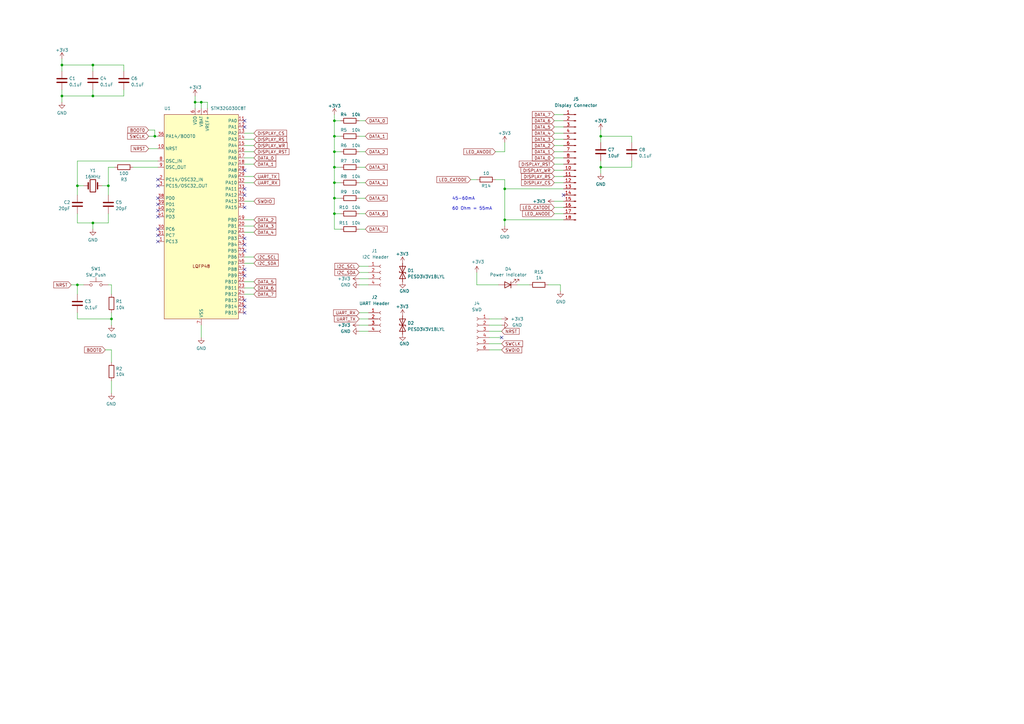
<source format=kicad_sch>
(kicad_sch (version 20211123) (generator eeschema)
  (paper "A3")
  (lib_symbols
    (symbol "Connector:Conn_01x04_Female" (pin_names (offset 1.016) hide)
      (property "Reference" "J" (at 0 5.08 0))
      (property "Value" "Conn_01x04_Female" (at 0 -7.62 0))
      (symbol "Conn_01x04_Female_1_1"
        (arc (start 0 -4.572) (mid -0.508 -5.08) (end 0 -5.588) (stroke (width 0.1524)))
        (arc (start 0 -2.032) (mid -0.508 -2.54) (end 0 -3.048) (stroke (width 0.1524)))
        (polyline (pts (xy -1.27 -5.08) (xy -0.508 -5.08)) (stroke (width 0.1524)))
        (polyline (pts (xy -1.27 -2.54) (xy -0.508 -2.54)) (stroke (width 0.1524)))
        (polyline (pts (xy -1.27 0) (xy -0.508 0)) (stroke (width 0.1524)))
        (polyline (pts (xy -1.27 2.54) (xy -0.508 2.54)) (stroke (width 0.1524)))
        (arc (start 0 0.508) (mid -0.508 0) (end 0 -0.508) (stroke (width 0.1524)))
        (arc (start 0 3.048) (mid -0.508 2.54) (end 0 2.032) (stroke (width 0.1524)))
        (pin passive line (at -5.08 2.54 0) (length 3.81) (name "Pin_1") (number "1"))
        (pin passive line (at -5.08 0 0) (length 3.81) (name "Pin_2") (number "2"))
        (pin passive line (at -5.08 -2.54 0) (length 3.81) (name "Pin_3") (number "3"))
        (pin passive line (at -5.08 -5.08 0) (length 3.81) (name "Pin_4") (number "4"))
      )
    )
    (symbol "Connector:Conn_01x06_Female" (pin_names (offset 1.016) hide)
      (property "Reference" "J" (at 0 7.62 0))
      (property "Value" "Conn_01x06_Female" (at 0 -10.16 0))
      (symbol "Conn_01x06_Female_1_1"
        (arc (start 0 -7.112) (mid -0.508 -7.62) (end 0 -8.128) (stroke (width 0.1524)))
        (arc (start 0 -4.572) (mid -0.508 -5.08) (end 0 -5.588) (stroke (width 0.1524)))
        (arc (start 0 -2.032) (mid -0.508 -2.54) (end 0 -3.048) (stroke (width 0.1524)))
        (polyline (pts (xy -1.27 -7.62) (xy -0.508 -7.62)) (stroke (width 0.1524)))
        (polyline (pts (xy -1.27 -5.08) (xy -0.508 -5.08)) (stroke (width 0.1524)))
        (polyline (pts (xy -1.27 -2.54) (xy -0.508 -2.54)) (stroke (width 0.1524)))
        (polyline (pts (xy -1.27 0) (xy -0.508 0)) (stroke (width 0.1524)))
        (polyline (pts (xy -1.27 2.54) (xy -0.508 2.54)) (stroke (width 0.1524)))
        (polyline (pts (xy -1.27 5.08) (xy -0.508 5.08)) (stroke (width 0.1524)))
        (arc (start 0 0.508) (mid -0.508 0) (end 0 -0.508) (stroke (width 0.1524)))
        (arc (start 0 3.048) (mid -0.508 2.54) (end 0 2.032) (stroke (width 0.1524)))
        (arc (start 0 5.588) (mid -0.508 5.08) (end 0 4.572) (stroke (width 0.1524)))
        (pin passive line (at -5.08 5.08 0) (length 3.81) (name "Pin_1") (number "1"))
        (pin passive line (at -5.08 2.54 0) (length 3.81) (name "Pin_2") (number "2"))
        (pin passive line (at -5.08 0 0) (length 3.81) (name "Pin_3") (number "3"))
        (pin passive line (at -5.08 -2.54 0) (length 3.81) (name "Pin_4") (number "4"))
        (pin passive line (at -5.08 -5.08 0) (length 3.81) (name "Pin_5") (number "5"))
        (pin passive line (at -5.08 -7.62 0) (length 3.81) (name "Pin_6") (number "6"))
      )
    )
    (symbol "Connector:Conn_01x18_Male" (pin_names (offset 1.016) hide)
      (property "Reference" "J" (at 0 22.86 0))
      (property "Value" "Conn_01x18_Male" (at 0 -25.4 0))
      (symbol "Conn_01x18_Male_1_1"
        (polyline (pts (xy 1.27 -22.86) (xy 0.8636 -22.86)) (stroke (width 0.1524)))
        (polyline (pts (xy 1.27 -20.32) (xy 0.8636 -20.32)) (stroke (width 0.1524)))
        (polyline (pts (xy 1.27 -17.78) (xy 0.8636 -17.78)) (stroke (width 0.1524)))
        (polyline (pts (xy 1.27 -15.24) (xy 0.8636 -15.24)) (stroke (width 0.1524)))
        (polyline (pts (xy 1.27 -12.7) (xy 0.8636 -12.7)) (stroke (width 0.1524)))
        (polyline (pts (xy 1.27 -10.16) (xy 0.8636 -10.16)) (stroke (width 0.1524)))
        (polyline (pts (xy 1.27 -7.62) (xy 0.8636 -7.62)) (stroke (width 0.1524)))
        (polyline (pts (xy 1.27 -5.08) (xy 0.8636 -5.08)) (stroke (width 0.1524)))
        (polyline (pts (xy 1.27 -2.54) (xy 0.8636 -2.54)) (stroke (width 0.1524)))
        (polyline (pts (xy 1.27 0) (xy 0.8636 0)) (stroke (width 0.1524)))
        (polyline (pts (xy 1.27 2.54) (xy 0.8636 2.54)) (stroke (width 0.1524)))
        (polyline (pts (xy 1.27 5.08) (xy 0.8636 5.08)) (stroke (width 0.1524)))
        (polyline (pts (xy 1.27 7.62) (xy 0.8636 7.62)) (stroke (width 0.1524)))
        (polyline (pts (xy 1.27 10.16) (xy 0.8636 10.16)) (stroke (width 0.1524)))
        (polyline (pts (xy 1.27 12.7) (xy 0.8636 12.7)) (stroke (width 0.1524)))
        (polyline (pts (xy 1.27 15.24) (xy 0.8636 15.24)) (stroke (width 0.1524)))
        (polyline (pts (xy 1.27 17.78) (xy 0.8636 17.78)) (stroke (width 0.1524)))
        (polyline (pts (xy 1.27 20.32) (xy 0.8636 20.32)) (stroke (width 0.1524)))
        (rectangle (start 0.8636 -22.733) (end 0 -22.987) (stroke (width 0.1524)) (fill (type outline)))
        (rectangle (start 0.8636 -20.193) (end 0 -20.447) (stroke (width 0.1524)) (fill (type outline)))
        (rectangle (start 0.8636 -17.653) (end 0 -17.907) (stroke (width 0.1524)) (fill (type outline)))
        (rectangle (start 0.8636 -15.113) (end 0 -15.367) (stroke (width 0.1524)) (fill (type outline)))
        (rectangle (start 0.8636 -12.573) (end 0 -12.827) (stroke (width 0.1524)) (fill (type outline)))
        (rectangle (start 0.8636 -10.033) (end 0 -10.287) (stroke (width 0.1524)) (fill (type outline)))
        (rectangle (start 0.8636 -7.493) (end 0 -7.747) (stroke (width 0.1524)) (fill (type outline)))
        (rectangle (start 0.8636 -4.953) (end 0 -5.207) (stroke (width 0.1524)) (fill (type outline)))
        (rectangle (start 0.8636 -2.413) (end 0 -2.667) (stroke (width 0.1524)) (fill (type outline)))
        (rectangle (start 0.8636 0.127) (end 0 -0.127) (stroke (width 0.1524)) (fill (type outline)))
        (rectangle (start 0.8636 2.667) (end 0 2.413) (stroke (width 0.1524)) (fill (type outline)))
        (rectangle (start 0.8636 5.207) (end 0 4.953) (stroke (width 0.1524)) (fill (type outline)))
        (rectangle (start 0.8636 7.747) (end 0 7.493) (stroke (width 0.1524)) (fill (type outline)))
        (rectangle (start 0.8636 10.287) (end 0 10.033) (stroke (width 0.1524)) (fill (type outline)))
        (rectangle (start 0.8636 12.827) (end 0 12.573) (stroke (width 0.1524)) (fill (type outline)))
        (rectangle (start 0.8636 15.367) (end 0 15.113) (stroke (width 0.1524)) (fill (type outline)))
        (rectangle (start 0.8636 17.907) (end 0 17.653) (stroke (width 0.1524)) (fill (type outline)))
        (rectangle (start 0.8636 20.447) (end 0 20.193) (stroke (width 0.1524)) (fill (type outline)))
        (pin passive line (at 5.08 20.32 180) (length 3.81) (name "Pin_1") (number "1"))
        (pin passive line (at 5.08 -2.54 180) (length 3.81) (name "Pin_10") (number "10"))
        (pin passive line (at 5.08 -5.08 180) (length 3.81) (name "Pin_11") (number "11"))
        (pin passive line (at 5.08 -7.62 180) (length 3.81) (name "Pin_12") (number "12"))
        (pin passive line (at 5.08 -10.16 180) (length 3.81) (name "Pin_13") (number "13"))
        (pin passive line (at 5.08 -12.7 180) (length 3.81) (name "Pin_14") (number "14"))
        (pin passive line (at 5.08 -15.24 180) (length 3.81) (name "Pin_15") (number "15"))
        (pin passive line (at 5.08 -17.78 180) (length 3.81) (name "Pin_16") (number "16"))
        (pin passive line (at 5.08 -20.32 180) (length 3.81) (name "Pin_17") (number "17"))
        (pin passive line (at 5.08 -22.86 180) (length 3.81) (name "Pin_18") (number "18"))
        (pin passive line (at 5.08 17.78 180) (length 3.81) (name "Pin_2") (number "2"))
        (pin passive line (at 5.08 15.24 180) (length 3.81) (name "Pin_3") (number "3"))
        (pin passive line (at 5.08 12.7 180) (length 3.81) (name "Pin_4") (number "4"))
        (pin passive line (at 5.08 10.16 180) (length 3.81) (name "Pin_5") (number "5"))
        (pin passive line (at 5.08 7.62 180) (length 3.81) (name "Pin_6") (number "6"))
        (pin passive line (at 5.08 5.08 180) (length 3.81) (name "Pin_7") (number "7"))
        (pin passive line (at 5.08 2.54 180) (length 3.81) (name "Pin_8") (number "8"))
        (pin passive line (at 5.08 0 180) (length 3.81) (name "Pin_9") (number "9"))
      )
    )
    (symbol "Custom:STM32G030C8T"
      (property "Reference" "U?" (at -15.24 43.18 0))
      (property "Value" "STM32G030C8T" (at 3.81 43.18 0))
      (symbol "STM32G030C8T_0_0"
        (text "LQFP48" (at 0 -21.59 0) (effects (font (size 1.27 1.27))))
        (pin bidirectional line (at -17.78 -11.43 0) (length 2.54) (name "PC13") (number "1"))
        (pin input line (at -17.78 26.67 0) (length 2.54) (name "NRST") (number "10"))
        (pin bidirectional line (at 17.78 38.1 180) (length 2.54) (name "PA0") (number "11"))
        (pin bidirectional line (at 17.78 35.56 180) (length 2.54) (name "PA1") (number "12"))
        (pin bidirectional line (at 17.78 33.02 180) (length 2.54) (name "PA2") (number "13"))
        (pin bidirectional line (at 17.78 30.48 180) (length 2.54) (name "PA3") (number "14"))
        (pin bidirectional line (at 17.78 27.94 180) (length 2.54) (name "PA4") (number "15"))
        (pin bidirectional line (at 17.78 25.4 180) (length 2.54) (name "PA5") (number "16"))
        (pin bidirectional line (at 17.78 22.86 180) (length 2.54) (name "PA6") (number "17"))
        (pin bidirectional line (at 17.78 20.32 180) (length 2.54) (name "PA7") (number "18"))
        (pin bidirectional line (at 17.78 -2.54 180) (length 2.54) (name "PB0") (number "19"))
        (pin bidirectional line (at -17.78 13.97 0) (length 2.54) (name "PC14/OSC32_IN") (number "2"))
        (pin bidirectional line (at 17.78 -5.08 180) (length 2.54) (name "PB1") (number "20"))
        (pin bidirectional line (at 17.78 -7.62 180) (length 2.54) (name "PB2") (number "21"))
        (pin bidirectional line (at 17.78 -27.94 180) (length 2.54) (name "PB10") (number "22"))
        (pin bidirectional line (at 17.78 -30.48 180) (length 2.54) (name "PB11") (number "23"))
        (pin bidirectional line (at 17.78 -33.02 180) (length 2.54) (name "PB12") (number "24"))
        (pin bidirectional line (at 17.78 -35.56 180) (length 2.54) (name "PB13") (number "25"))
        (pin bidirectional line (at 17.78 -38.1 180) (length 2.54) (name "PB14") (number "26"))
        (pin bidirectional line (at 17.78 -40.64 180) (length 2.54) (name "PB15") (number "27"))
        (pin bidirectional line (at 17.78 17.78 180) (length 2.54) (name "PA8") (number "28"))
        (pin bidirectional line (at 17.78 15.24 180) (length 2.54) (name "PA9") (number "29"))
        (pin bidirectional line (at -17.78 11.43 0) (length 2.54) (name "PC15/OSC32_OUT") (number "3"))
        (pin bidirectional line (at -17.78 -6.35 0) (length 2.54) (name "PC6") (number "30"))
        (pin bidirectional line (at -17.78 -8.89 0) (length 2.54) (name "PC7") (number "31"))
        (pin bidirectional line (at 17.78 12.7 180) (length 2.54) (name "PA10") (number "32"))
        (pin bidirectional line (at 17.78 10.16 180) (length 2.54) (name "PA11") (number "33"))
        (pin bidirectional line (at 17.78 7.62 180) (length 2.54) (name "PA12") (number "34"))
        (pin bidirectional line (at 17.78 5.08 180) (length 2.54) (name "PA13") (number "35"))
        (pin bidirectional line (at -17.78 31.75 0) (length 2.54) (name "PA14/BOOT0") (number "36"))
        (pin bidirectional line (at 17.78 2.54 180) (length 2.54) (name "PA15") (number "37"))
        (pin bidirectional line (at -17.78 6.35 0) (length 2.54) (name "PD0") (number "38"))
        (pin bidirectional line (at -17.78 3.81 0) (length 2.54) (name "PD1") (number "39"))
        (pin power_in line (at 0 43.18 270) (length 2.54) (name "VBAT") (number "4"))
        (pin bidirectional line (at -17.78 1.27 0) (length 2.54) (name "PD2") (number "40"))
        (pin bidirectional line (at -17.78 -1.27 0) (length 2.54) (name "PD3") (number "41"))
        (pin bidirectional line (at 17.78 -10.16 180) (length 2.54) (name "PB3") (number "42"))
        (pin bidirectional line (at 17.78 -12.7 180) (length 2.54) (name "PB4") (number "43"))
        (pin bidirectional line (at 17.78 -15.24 180) (length 2.54) (name "PB5") (number "44"))
        (pin bidirectional line (at 17.78 -17.78 180) (length 2.54) (name "PB6") (number "45"))
        (pin bidirectional line (at 17.78 -20.32 180) (length 2.54) (name "PB7") (number "46"))
        (pin bidirectional line (at 17.78 -22.86 180) (length 2.54) (name "PB8") (number "47"))
        (pin bidirectional line (at 17.78 -25.4 180) (length 2.54) (name "PB9") (number "48"))
        (pin input line (at 2.54 43.18 270) (length 2.54) (name "VREF+") (number "5"))
        (pin power_in line (at -2.54 43.18 270) (length 2.54) (name "VDD") (number "6"))
        (pin power_in line (at 0 -45.72 90) (length 2.54) (name "VSS") (number "7"))
        (pin input line (at -17.78 21.59 0) (length 2.54) (name "OSC_IN") (number "8"))
        (pin output line (at -17.78 19.05 0) (length 2.54) (name "OSC_OUT") (number "9"))
      )
      (symbol "STM32G030C8T_0_1"
        (rectangle (start -15.24 40.64) (end 15.24 -43.18) (fill (type background)))
      )
    )
    (symbol "Device:C" (pin_numbers hide) (pin_names (offset 0.254))
      (property "Reference" "C" (at 0.635 2.54 0))
      (property "Value" "C" (at 0.635 -2.54 0))
      (symbol "C_0_1"
        (polyline (pts (xy -2.032 -0.762) (xy 2.032 -0.762)) (stroke (width 0.508)))
        (polyline (pts (xy -2.032 0.762) (xy 2.032 0.762)) (stroke (width 0.508)))
      )
      (symbol "C_1_1"
        (pin passive line (at 0 3.81 270) (length 2.794) (name "~") (number "1"))
        (pin passive line (at 0 -3.81 90) (length 2.794) (name "~") (number "2"))
      )
    )
    (symbol "Device:Crystal" (pin_numbers hide) (pin_names (offset 1.016) hide)
      (property "Reference" "Y" (at 0 3.81 0))
      (property "Value" "Crystal" (at 0 -3.81 0))
      (symbol "Crystal_0_1"
        (rectangle (start -1.143 2.54) (end 1.143 -2.54) (stroke (width 0.3048)))
        (polyline (pts (xy -2.54 0) (xy -1.905 0)))
        (polyline (pts (xy -1.905 -1.27) (xy -1.905 1.27)) (stroke (width 0.508)))
        (polyline (pts (xy 1.905 -1.27) (xy 1.905 1.27)) (stroke (width 0.508)))
        (polyline (pts (xy 2.54 0) (xy 1.905 0)))
      )
      (symbol "Crystal_1_1"
        (pin passive line (at -3.81 0 0) (length 1.27) (name "1") (number "1"))
        (pin passive line (at 3.81 0 180) (length 1.27) (name "2") (number "2"))
      )
    )
    (symbol "Device:D_TVS" (pin_numbers hide) (pin_names (offset 1.016) hide)
      (property "Reference" "D" (at 0 2.54 0))
      (property "Value" "D_TVS" (at 0 -2.54 0))
      (symbol "D_TVS_0_1"
        (polyline (pts (xy 1.27 0) (xy -1.27 0)))
        (polyline (pts (xy 0.508 1.27) (xy 0 1.27) (xy 0 -1.27) (xy -0.508 -1.27)) (stroke (width 0.254)))
        (polyline (pts (xy -2.54 1.27) (xy -2.54 -1.27) (xy 2.54 1.27) (xy 2.54 -1.27) (xy -2.54 1.27)) (stroke (width 0.254)))
      )
      (symbol "D_TVS_1_1"
        (pin passive line (at -3.81 0 0) (length 2.54) (name "A1") (number "1"))
        (pin passive line (at 3.81 0 180) (length 2.54) (name "A2") (number "2"))
      )
    )
    (symbol "Device:LED" (pin_numbers hide) (pin_names (offset 1.016) hide)
      (property "Reference" "D" (at 0 2.54 0))
      (property "Value" "LED" (at 0 -2.54 0))
      (symbol "LED_0_1"
        (polyline (pts (xy -1.27 -1.27) (xy -1.27 1.27)) (stroke (width 0.254)))
        (polyline (pts (xy -1.27 0) (xy 1.27 0)))
        (polyline (pts (xy 1.27 -1.27) (xy 1.27 1.27) (xy -1.27 0) (xy 1.27 -1.27)) (stroke (width 0.254)))
        (polyline (pts (xy -3.048 -0.762) (xy -4.572 -2.286) (xy -3.81 -2.286) (xy -4.572 -2.286) (xy -4.572 -1.524)))
        (polyline (pts (xy -1.778 -0.762) (xy -3.302 -2.286) (xy -2.54 -2.286) (xy -3.302 -2.286) (xy -3.302 -1.524)))
      )
      (symbol "LED_1_1"
        (pin passive line (at -3.81 0 0) (length 2.54) (name "K") (number "1"))
        (pin passive line (at 3.81 0 180) (length 2.54) (name "A") (number "2"))
      )
    )
    (symbol "Device:R" (pin_numbers hide) (pin_names (offset 0))
      (property "Reference" "R" (at 2.032 0 90))
      (property "Value" "R" (at 0 0 90))
      (symbol "R_0_1"
        (rectangle (start -1.016 -2.54) (end 1.016 2.54) (stroke (width 0.254)))
      )
      (symbol "R_1_1"
        (pin passive line (at 0 3.81 270) (length 1.27) (name "~") (number "1"))
        (pin passive line (at 0 -3.81 90) (length 1.27) (name "~") (number "2"))
      )
    )
    (symbol "Switch:SW_Push" (pin_numbers hide) (pin_names (offset 1.016) hide)
      (property "Reference" "SW" (at 1.27 2.54 0))
      (property "Value" "SW_Push" (at 0 -1.524 0))
      (symbol "SW_Push_0_1"
        (circle (center -2.032 0) (radius 0.508))
        (polyline (pts (xy 0 1.27) (xy 0 3.048)))
        (polyline (pts (xy 2.54 1.27) (xy -2.54 1.27)))
        (circle (center 2.032 0) (radius 0.508))
        (pin passive line (at -5.08 0 0) (length 2.54) (name "1") (number "1"))
        (pin passive line (at 5.08 0 180) (length 2.54) (name "2") (number "2"))
      )
    )
    (symbol "power:+3.3V" (power) (pin_names (offset 0))
      (property "Value" "+3.3V" (at 0 3.556 0))
      (symbol "+3.3V_0_1"
        (polyline (pts (xy -0.762 1.27) (xy 0 2.54)))
        (polyline (pts (xy 0 0) (xy 0 2.54)))
        (polyline (pts (xy 0 2.54) (xy 0.762 1.27)))
      )
      (symbol "+3.3V_1_1"
        (pin power_in line (at 0 0 90) (length 0) hide (name "+3V3") (number "1"))
      )
    )
    (symbol "power:+3V3" (power) (pin_names (offset 0))
      (property "Value" "+3V3" (at 0 3.556 0))
      (symbol "+3V3_0_1"
        (polyline (pts (xy -0.762 1.27) (xy 0 2.54)))
        (polyline (pts (xy 0 0) (xy 0 2.54)))
        (polyline (pts (xy 0 2.54) (xy 0.762 1.27)))
      )
      (symbol "+3V3_1_1"
        (pin power_in line (at 0 0 90) (length 0) hide (name "+3V3") (number "1"))
      )
    )
    (symbol "power:GND" (power) (pin_names (offset 0))
      (property "Value" "GND" (at 0 -3.81 0))
      (symbol "GND_0_1"
        (polyline (pts (xy 0 0) (xy 0 -1.27) (xy 1.27 -1.27) (xy 0 -2.54) (xy -1.27 -1.27) (xy 0 -1.27)))
      )
      (symbol "GND_1_1"
        (pin power_in line (at 0 0 270) (length 0) hide (name "GND") (number "1"))
      )
    )
  )
  (junction (at 137.16 74.93))
  (junction (at 38.1 91.44))
  (junction (at 38.1 26.67))
  (junction (at 31.75 116.84))
  (junction (at 44.45 76.2))
  (junction (at 31.75 76.2))
  (junction (at 246.38 55.88))
  (junction (at 207.01 90.17))
  (junction (at 25.4 26.67))
  (junction (at 80.01 41.91))
  (junction (at 38.1 39.37))
  (junction (at 246.38 68.58))
  (junction (at 137.16 87.63))
  (junction (at 137.16 62.23))
  (junction (at 207.01 77.47))
  (junction (at 137.16 49.53))
  (junction (at 82.55 41.91))
  (junction (at 137.16 81.28))
  (junction (at 137.16 55.88))
  (junction (at 63.5 55.88))
  (junction (at 25.4 39.37))
  (junction (at 45.72 130.81))
  (junction (at 137.16 68.58))
  (no_connect (at 231.14 80.01))
  (no_connect (at 100.33 52.07))
  (no_connect (at 100.33 80.01))
  (no_connect (at 100.33 77.47))
  (no_connect (at 205.74 138.43))
  (no_connect (at 64.77 73.66))
  (no_connect (at 64.77 76.2))
  (no_connect (at 64.77 81.28))
  (no_connect (at 64.77 83.82))
  (no_connect (at 64.77 86.36))
  (no_connect (at 64.77 88.9))
  (no_connect (at 64.77 93.98))
  (no_connect (at 64.77 96.52))
  (no_connect (at 64.77 99.06))
  (no_connect (at 100.33 110.49))
  (no_connect (at 100.33 102.87))
  (no_connect (at 100.33 100.33))
  (no_connect (at 100.33 97.79))
  (no_connect (at 100.33 128.27))
  (no_connect (at 100.33 125.73))
  (no_connect (at 100.33 123.19))
  (no_connect (at 100.33 113.03))
  (no_connect (at 100.33 85.09))
  (no_connect (at 100.33 69.85))
  (no_connect (at 100.33 49.53))
  (wire (pts (xy 100.33 120.65) (xy 104.14 120.65)))
  (wire (pts (xy 227.33 74.93) (xy 231.14 74.93)))
  (wire (pts (xy 205.74 140.97) (xy 200.66 140.97)))
  (wire (pts (xy 44.45 76.2) (xy 44.45 68.58)))
  (wire (pts (xy 200.66 133.35) (xy 205.74 133.35)))
  (wire (pts (xy 227.33 82.55) (xy 231.14 82.55)))
  (wire (pts (xy 147.32 49.53) (xy 149.86 49.53)))
  (wire (pts (xy 100.33 105.41) (xy 104.14 105.41)))
  (wire (pts (xy 64.77 66.04) (xy 31.75 66.04)))
  (wire (pts (xy 100.33 95.25) (xy 104.14 95.25)))
  (wire (pts (xy 31.75 87.63) (xy 31.75 91.44)))
  (wire (pts (xy 43.18 143.51) (xy 45.72 143.51)))
  (wire (pts (xy 100.33 64.77) (xy 104.14 64.77)))
  (wire (pts (xy 246.38 53.34) (xy 246.38 55.88)))
  (wire (pts (xy 100.33 74.93) (xy 104.14 74.93)))
  (wire (pts (xy 231.14 77.47) (xy 207.01 77.47)))
  (wire (pts (xy 147.32 62.23) (xy 149.86 62.23)))
  (wire (pts (xy 38.1 91.44) (xy 44.45 91.44)))
  (wire (pts (xy 147.32 135.89) (xy 151.13 135.89)))
  (wire (pts (xy 44.45 91.44) (xy 44.45 87.63)))
  (wire (pts (xy 31.75 76.2) (xy 31.75 80.01)))
  (wire (pts (xy 25.4 39.37) (xy 38.1 39.37)))
  (wire (pts (xy 25.4 26.67) (xy 38.1 26.67)))
  (wire (pts (xy 100.33 72.39) (xy 104.14 72.39)))
  (wire (pts (xy 200.66 130.81) (xy 205.74 130.81)))
  (wire (pts (xy 25.4 39.37) (xy 25.4 41.91)))
  (wire (pts (xy 38.1 39.37) (xy 50.8 39.37)))
  (wire (pts (xy 80.01 41.91) (xy 80.01 44.45)))
  (wire (pts (xy 147.32 109.22) (xy 151.13 109.22)))
  (wire (pts (xy 31.75 128.27) (xy 31.75 130.81)))
  (wire (pts (xy 137.16 81.28) (xy 137.16 87.63)))
  (wire (pts (xy 147.32 74.93) (xy 149.86 74.93)))
  (wire (pts (xy 80.01 39.37) (xy 80.01 41.91)))
  (wire (pts (xy 147.32 133.35) (xy 151.13 133.35)))
  (wire (pts (xy 246.38 55.88) (xy 246.38 58.42)))
  (wire (pts (xy 137.16 81.28) (xy 139.7 81.28)))
  (wire (pts (xy 207.01 73.66) (xy 207.01 77.47)))
  (wire (pts (xy 82.55 41.91) (xy 85.09 41.91)))
  (wire (pts (xy 31.75 76.2) (xy 34.29 76.2)))
  (wire (pts (xy 38.1 26.67) (xy 50.8 26.67)))
  (wire (pts (xy 137.16 49.53) (xy 137.16 55.88)))
  (wire (pts (xy 100.33 57.15) (xy 104.14 57.15)))
  (wire (pts (xy 147.32 55.88) (xy 149.86 55.88)))
  (wire (pts (xy 227.33 64.77) (xy 231.14 64.77)))
  (wire (pts (xy 147.32 111.76) (xy 151.13 111.76)))
  (wire (pts (xy 246.38 55.88) (xy 259.08 55.88)))
  (wire (pts (xy 137.16 55.88) (xy 137.16 62.23)))
  (wire (pts (xy 200.66 135.89) (xy 205.74 135.89)))
  (wire (pts (xy 31.75 130.81) (xy 45.72 130.81)))
  (wire (pts (xy 229.87 116.84) (xy 229.87 119.38)))
  (wire (pts (xy 203.2 62.23) (xy 207.01 62.23)))
  (wire (pts (xy 60.96 55.88) (xy 63.5 55.88)))
  (wire (pts (xy 82.55 133.35) (xy 82.55 138.43)))
  (wire (pts (xy 100.33 90.17) (xy 104.14 90.17)))
  (wire (pts (xy 137.16 46.99) (xy 137.16 49.53)))
  (wire (pts (xy 44.45 116.84) (xy 45.72 116.84)))
  (wire (pts (xy 137.16 74.93) (xy 139.7 74.93)))
  (wire (pts (xy 44.45 76.2) (xy 44.45 80.01)))
  (wire (pts (xy 147.32 68.58) (xy 149.86 68.58)))
  (wire (pts (xy 246.38 68.58) (xy 259.08 68.58)))
  (wire (pts (xy 227.33 59.69) (xy 231.14 59.69)))
  (wire (pts (xy 45.72 148.59) (xy 45.72 143.51)))
  (wire (pts (xy 85.09 41.91) (xy 85.09 44.45)))
  (wire (pts (xy 100.33 92.71) (xy 104.14 92.71)))
  (wire (pts (xy 100.33 67.31) (xy 104.14 67.31)))
  (wire (pts (xy 100.33 54.61) (xy 104.14 54.61)))
  (wire (pts (xy 259.08 55.88) (xy 259.08 58.42)))
  (wire (pts (xy 203.2 73.66) (xy 207.01 73.66)))
  (wire (pts (xy 137.16 87.63) (xy 137.16 93.98)))
  (wire (pts (xy 25.4 36.83) (xy 25.4 39.37)))
  (wire (pts (xy 100.33 115.57) (xy 104.14 115.57)))
  (wire (pts (xy 227.33 49.53) (xy 231.14 49.53)))
  (wire (pts (xy 207.01 58.42) (xy 207.01 62.23)))
  (wire (pts (xy 50.8 26.67) (xy 50.8 29.21)))
  (wire (pts (xy 41.91 76.2) (xy 44.45 76.2)))
  (wire (pts (xy 45.72 116.84) (xy 45.72 120.65)))
  (wire (pts (xy 25.4 24.13) (xy 25.4 26.67)))
  (wire (pts (xy 38.1 36.83) (xy 38.1 39.37)))
  (wire (pts (xy 227.33 72.39) (xy 231.14 72.39)))
  (wire (pts (xy 227.33 54.61) (xy 231.14 54.61)))
  (wire (pts (xy 200.66 143.51) (xy 205.74 143.51)))
  (wire (pts (xy 204.47 116.84) (xy 195.58 116.84)))
  (wire (pts (xy 80.01 41.91) (xy 82.55 41.91)))
  (wire (pts (xy 227.33 69.85) (xy 231.14 69.85)))
  (wire (pts (xy 227.33 87.63) (xy 231.14 87.63)))
  (wire (pts (xy 207.01 77.47) (xy 207.01 90.17)))
  (wire (pts (xy 227.33 85.09) (xy 231.14 85.09)))
  (wire (pts (xy 259.08 68.58) (xy 259.08 66.04)))
  (wire (pts (xy 224.79 116.84) (xy 229.87 116.84)))
  (wire (pts (xy 54.61 68.58) (xy 64.77 68.58)))
  (wire (pts (xy 137.16 87.63) (xy 139.7 87.63)))
  (wire (pts (xy 246.38 68.58) (xy 246.38 71.12)))
  (wire (pts (xy 227.33 62.23) (xy 231.14 62.23)))
  (wire (pts (xy 38.1 91.44) (xy 38.1 93.98)))
  (wire (pts (xy 227.33 57.15) (xy 231.14 57.15)))
  (wire (pts (xy 100.33 118.11) (xy 104.14 118.11)))
  (wire (pts (xy 44.45 68.58) (xy 46.99 68.58)))
  (wire (pts (xy 147.32 130.81) (xy 151.13 130.81)))
  (wire (pts (xy 137.16 74.93) (xy 137.16 81.28)))
  (wire (pts (xy 45.72 128.27) (xy 45.72 130.81)))
  (wire (pts (xy 31.75 116.84) (xy 31.75 120.65)))
  (wire (pts (xy 137.16 62.23) (xy 137.16 68.58)))
  (wire (pts (xy 246.38 66.04) (xy 246.38 68.58)))
  (wire (pts (xy 193.04 73.66) (xy 195.58 73.66)))
  (wire (pts (xy 147.32 93.98) (xy 149.86 93.98)))
  (wire (pts (xy 137.16 55.88) (xy 139.7 55.88)))
  (wire (pts (xy 207.01 90.17) (xy 231.14 90.17)))
  (wire (pts (xy 38.1 26.67) (xy 38.1 29.21)))
  (wire (pts (xy 137.16 49.53) (xy 139.7 49.53)))
  (wire (pts (xy 82.55 41.91) (xy 82.55 44.45)))
  (wire (pts (xy 60.96 60.96) (xy 64.77 60.96)))
  (wire (pts (xy 147.32 116.84) (xy 151.13 116.84)))
  (wire (pts (xy 100.33 107.95) (xy 104.14 107.95)))
  (wire (pts (xy 50.8 39.37) (xy 50.8 36.83)))
  (wire (pts (xy 25.4 26.67) (xy 25.4 29.21)))
  (wire (pts (xy 100.33 82.55) (xy 104.14 82.55)))
  (wire (pts (xy 60.96 53.34) (xy 63.5 53.34)))
  (wire (pts (xy 100.33 62.23) (xy 104.14 62.23)))
  (wire (pts (xy 212.09 116.84) (xy 217.17 116.84)))
  (wire (pts (xy 29.21 116.84) (xy 31.75 116.84)))
  (wire (pts (xy 31.75 91.44) (xy 38.1 91.44)))
  (wire (pts (xy 200.66 138.43) (xy 205.74 138.43)))
  (wire (pts (xy 34.29 116.84) (xy 31.75 116.84)))
  (wire (pts (xy 137.16 93.98) (xy 139.7 93.98)))
  (wire (pts (xy 195.58 116.84) (xy 195.58 111.76)))
  (wire (pts (xy 63.5 55.88) (xy 64.77 55.88)))
  (wire (pts (xy 63.5 53.34) (xy 63.5 55.88)))
  (wire (pts (xy 45.72 161.29) (xy 45.72 156.21)))
  (wire (pts (xy 227.33 52.07) (xy 231.14 52.07)))
  (wire (pts (xy 227.33 67.31) (xy 231.14 67.31)))
  (wire (pts (xy 137.16 62.23) (xy 139.7 62.23)))
  (wire (pts (xy 207.01 90.17) (xy 207.01 92.71)))
  (wire (pts (xy 31.75 66.04) (xy 31.75 76.2)))
  (wire (pts (xy 147.32 128.27) (xy 151.13 128.27)))
  (wire (pts (xy 147.32 87.63) (xy 149.86 87.63)))
  (wire (pts (xy 147.32 81.28) (xy 149.86 81.28)))
  (wire (pts (xy 137.16 68.58) (xy 137.16 74.93)))
  (wire (pts (xy 147.32 114.3) (xy 151.13 114.3)))
  (wire (pts (xy 100.33 59.69) (xy 104.14 59.69)))
  (wire (pts (xy 45.72 130.81) (xy 45.72 133.35)))
  (wire (pts (xy 137.16 68.58) (xy 139.7 68.58)))
  (wire (pts (xy 227.33 46.99) (xy 231.14 46.99)))
  (text "45-60mA\n\n60 Ohm = 55mA" (at 185.42 86.36 0) (effects (font (size 1.27 1.27)) (justify left bottom)))
  (global_label "NRST" (shape input) (at 205.74 135.89 0) (property "Intersheet References" "${INTERSHEET_REFS}" (effects hide)))
  (global_label "LED_CATODE" (shape input) (at 193.04 73.66 180) (property "Intersheet References" "${INTERSHEET_REFS}" (effects hide)))
  (global_label "DATA_5" (shape input) (at 227.33 52.07 180) (property "Intersheet References" "${INTERSHEET_REFS}" (effects hide)))
  (global_label "DATA_7" (shape input) (at 227.33 46.99 180) (property "Intersheet References" "${INTERSHEET_REFS}" (effects hide)))
  (global_label "DISPLAY_RS" (shape input) (at 227.33 72.39 180) (property "Intersheet References" "${INTERSHEET_REFS}" (effects hide)))
  (global_label "DATA_2" (shape input) (at 104.14 90.17 0) (property "Intersheet References" "${INTERSHEET_REFS}" (effects hide)))
  (global_label "DISPLAY_CS" (shape input) (at 227.33 74.93 180) (property "Intersheet References" "${INTERSHEET_REFS}" (effects hide)))
  (global_label "DATA_0" (shape input) (at 149.86 49.53 0) (property "Intersheet References" "${INTERSHEET_REFS}" (effects hide)))
  (global_label "BOOT0" (shape input) (at 43.18 143.51 180) (property "Intersheet References" "${INTERSHEET_REFS}" (effects hide)))
  (global_label "DATA_4" (shape input) (at 227.33 54.61 180) (property "Intersheet References" "${INTERSHEET_REFS}" (effects hide)))
  (global_label "DATA_4" (shape input) (at 149.86 74.93 0) (property "Intersheet References" "${INTERSHEET_REFS}" (effects hide)))
  (global_label "SWDIO" (shape input) (at 205.74 143.51 0) (property "Intersheet References" "${INTERSHEET_REFS}" (effects hide)))
  (global_label "I2C_SDA" (shape input) (at 104.14 107.95 0) (property "Intersheet References" "${INTERSHEET_REFS}" (effects hide)))
  (global_label "DATA_6" (shape input) (at 149.86 87.63 0) (property "Intersheet References" "${INTERSHEET_REFS}" (effects hide)))
  (global_label "DISPLAY_CS" (shape input) (at 104.14 54.61 0) (property "Intersheet References" "${INTERSHEET_REFS}" (effects hide)))
  (global_label "SWCLK" (shape input) (at 60.96 55.88 180) (property "Intersheet References" "${INTERSHEET_REFS}" (effects hide)))
  (global_label "DISPLAY_RST" (shape input) (at 227.33 67.31 180) (property "Intersheet References" "${INTERSHEET_REFS}" (effects hide)))
  (global_label "I2C_SCL" (shape input) (at 147.32 109.22 180) (property "Intersheet References" "${INTERSHEET_REFS}" (effects hide)))
  (global_label "DATA_7" (shape input) (at 104.14 120.65 0) (property "Intersheet References" "${INTERSHEET_REFS}" (effects hide)))
  (global_label "DATA_7" (shape input) (at 149.86 93.98 0) (property "Intersheet References" "${INTERSHEET_REFS}" (effects hide)))
  (global_label "DATA_4" (shape input) (at 104.14 95.25 0) (property "Intersheet References" "${INTERSHEET_REFS}" (effects hide)))
  (global_label "DATA_1" (shape input) (at 149.86 55.88 0) (property "Intersheet References" "${INTERSHEET_REFS}" (effects hide)))
  (global_label "NRST" (shape input) (at 60.96 60.96 180) (property "Intersheet References" "${INTERSHEET_REFS}" (effects hide)))
  (global_label "UART_RX" (shape input) (at 104.14 74.93 0) (property "Intersheet References" "${INTERSHEET_REFS}" (effects hide)))
  (global_label "SWDIO" (shape input) (at 104.14 82.55 0) (property "Intersheet References" "${INTERSHEET_REFS}" (effects hide)))
  (global_label "DATA_3" (shape input) (at 149.86 68.58 0) (property "Intersheet References" "${INTERSHEET_REFS}" (effects hide)))
  (global_label "DATA_1" (shape input) (at 104.14 67.31 0) (property "Intersheet References" "${INTERSHEET_REFS}" (effects hide)))
  (global_label "LED_CATODE" (shape input) (at 227.33 85.09 180) (property "Intersheet References" "${INTERSHEET_REFS}" (effects hide)))
  (global_label "SWCLK" (shape input) (at 205.74 140.97 0) (property "Intersheet References" "${INTERSHEET_REFS}" (effects hide)))
  (global_label "BOOT0" (shape input) (at 60.96 53.34 180) (property "Intersheet References" "${INTERSHEET_REFS}" (effects hide)))
  (global_label "DATA_2" (shape input) (at 149.86 62.23 0) (property "Intersheet References" "${INTERSHEET_REFS}" (effects hide)))
  (global_label "I2C_SDA" (shape input) (at 147.32 111.76 180) (property "Intersheet References" "${INTERSHEET_REFS}" (effects hide)))
  (global_label "DISPLAY_RST" (shape input) (at 104.14 62.23 0) (property "Intersheet References" "${INTERSHEET_REFS}" (effects hide)))
  (global_label "DATA_6" (shape input) (at 227.33 49.53 180) (property "Intersheet References" "${INTERSHEET_REFS}" (effects hide)))
  (global_label "DATA_6" (shape input) (at 104.14 118.11 0) (property "Intersheet References" "${INTERSHEET_REFS}" (effects hide)))
  (global_label "LED_ANODE" (shape input) (at 203.2 62.23 180) (property "Intersheet References" "${INTERSHEET_REFS}" (effects hide)))
  (global_label "DATA_3" (shape input) (at 227.33 57.15 180) (property "Intersheet References" "${INTERSHEET_REFS}" (effects hide)))
  (global_label "LED_ANODE" (shape input) (at 227.33 87.63 180) (property "Intersheet References" "${INTERSHEET_REFS}" (effects hide)))
  (global_label "DATA_0" (shape input) (at 227.33 64.77 180) (property "Intersheet References" "${INTERSHEET_REFS}" (effects hide)))
  (global_label "DISPLAY_RS" (shape input) (at 104.14 57.15 0) (property "Intersheet References" "${INTERSHEET_REFS}" (effects hide)))
  (global_label "UART_TX" (shape input) (at 104.14 72.39 0) (property "Intersheet References" "${INTERSHEET_REFS}" (effects hide)))
  (global_label "DATA_0" (shape input) (at 104.14 64.77 0) (property "Intersheet References" "${INTERSHEET_REFS}" (effects hide)))
  (global_label "DISPLAY_WR" (shape input) (at 104.14 59.69 0) (property "Intersheet References" "${INTERSHEET_REFS}" (effects hide)))
  (global_label "DATA_3" (shape input) (at 104.14 92.71 0) (property "Intersheet References" "${INTERSHEET_REFS}" (effects hide)))
  (global_label "DATA_1" (shape input) (at 227.33 62.23 180) (property "Intersheet References" "${INTERSHEET_REFS}" (effects hide)))
  (global_label "DISPLAY_WR" (shape input) (at 227.33 69.85 180) (property "Intersheet References" "${INTERSHEET_REFS}" (effects hide)))
  (global_label "DATA_5" (shape input) (at 149.86 81.28 0) (property "Intersheet References" "${INTERSHEET_REFS}" (effects hide)))
  (global_label "UART_RX" (shape input) (at 147.32 128.27 180) (property "Intersheet References" "${INTERSHEET_REFS}" (effects hide)))
  (global_label "DATA_2" (shape input) (at 227.33 59.69 180) (property "Intersheet References" "${INTERSHEET_REFS}" (effects hide)))
  (global_label "UART_TX" (shape input) (at 147.32 130.81 180) (property "Intersheet References" "${INTERSHEET_REFS}" (effects hide)))
  (global_label "NRST" (shape input) (at 29.21 116.84 180) (property "Intersheet References" "${INTERSHEET_REFS}" (effects hide)))
  (global_label "DATA_5" (shape input) (at 104.14 115.57 0) (property "Intersheet References" "${INTERSHEET_REFS}" (effects hide)))
  (global_label "I2C_SCL" (shape input) (at 104.14 105.41 0) (property "Intersheet References" "${INTERSHEET_REFS}" (effects hide)))
  (symbol (lib_id "power:GND") (at 147.32 135.89 270) (unit 1)
    (property "Reference" "#PWR012" (effects hide))
    (property "Value" "GND" (at 139.7 135.89 90) (effects (justify left)))
  )
  (symbol (lib_id "power:+3V3") (at 25.4 24.13 0) (unit 1)
    (property "Reference" "#PWR01" (effects hide))
    (property "Value" "+3V3" (at 25.4 20.5542 0))
  )
  (symbol (lib_id "Device:R") (at 143.51 74.93 90) (unit 1)
    (property "Reference" "R8" (at 140.97 72.39 90))
    (property "Value" "10k" (at 146.05 72.39 90))
    (property "Footprint" "Resistor_SMD:R_0402_1005Metric" (effects hide))
  )
  (symbol (lib_id "power:+3V3") (at 207.01 58.42 0) (unit 1)
    (property "Reference" "#PWR024" (effects hide))
    (property "Value" "+3V3" (at 209.55 54.61 0) (effects (justify right)))
  )
  (symbol (lib_id "power:GND") (at 165.1 137.16 0) (unit 1)
    (property "Reference" "#PWR018" (effects hide))
    (property "Value" "GND" (at 163.83 140.97 0) (effects (justify left)))
  )
  (symbol (lib_id "Device:R") (at 143.51 62.23 90) (unit 1)
    (property "Reference" "R6" (at 140.97 59.69 90))
    (property "Value" "10k" (at 146.05 59.69 90))
    (property "Footprint" "Resistor_SMD:R_0402_1005Metric" (effects hide))
  )
  (symbol (lib_id "power:GND") (at 25.4 41.91 0) (unit 1)
    (property "Reference" "#PWR02" (effects hide))
    (property "Value" "GND" (at 25.4 46.3534 0))
  )
  (symbol (lib_id "Device:C") (at 31.75 83.82 0) (mirror x) (unit 1)
    (property "Reference" "C2" (at 28.8291 82.9853 0) (effects (justify right)))
    (property "Value" "20pF" (at 28.8291 85.5222 0) (effects (justify right)))
    (property "Footprint" "Capacitor_SMD:C_0402_1005Metric" (effects hide))
  )
  (symbol (lib_id "power:+3V3") (at 165.1 129.54 0) (unit 1)
    (property "Reference" "#PWR017" (effects hide))
    (property "Value" "+3V3" (at 167.64 125.73 0) (effects (justify right)))
  )
  (symbol (lib_id "power:+3V3") (at 246.38 53.34 0) (unit 1)
    (property "Reference" "#PWR028" (effects hide))
    (property "Value" "+3V3" (at 248.92 49.53 0) (effects (justify right)))
  )
  (symbol (lib_id "Device:R") (at 143.51 55.88 90) (unit 1)
    (property "Reference" "R5" (at 140.97 53.34 90))
    (property "Value" "10k" (at 146.05 53.34 90))
    (property "Footprint" "Resistor_SMD:R_0402_1005Metric" (effects hide))
  )
  (symbol (lib_id "power:GND") (at 229.87 119.38 0) (unit 1)
    (property "Reference" "#PWR027" (effects hide))
    (property "Value" "GND" (at 229.997 123.7742 0))
  )
  (symbol (lib_id "power:+3.3V") (at 205.74 130.81 270) (mirror x) (unit 1)
    (property "Reference" "#PWR022" (effects hide))
    (property "Value" "+3.3V" (at 212.09 130.81 90))
  )
  (symbol (lib_id "power:+3V3") (at 147.32 114.3 90) (unit 1)
    (property "Reference" "#PWR09" (effects hide))
    (property "Value" "+3V3" (at 138.43 114.3 90) (effects (justify right)))
  )
  (symbol (lib_id "Device:C") (at 38.1 33.02 0) (unit 1)
    (property "Reference" "C4" (at 41.021 32.1853 0) (effects (justify left)))
    (property "Value" "0.1uF" (at 41.021 34.7222 0) (effects (justify left)))
    (property "Footprint" "Capacitor_SMD:C_0402_1005Metric" (effects hide))
  )
  (symbol (lib_id "Device:R") (at 45.72 124.46 0) (unit 1)
    (property "Reference" "R1" (at 47.498 123.6253 0) (effects (justify left)))
    (property "Value" "10k" (at 47.498 126.1622 0) (effects (justify left)))
    (property "Footprint" "Resistor_SMD:R_0402_1005Metric" (effects hide))
  )
  (symbol (lib_id "Device:LED") (at 208.28 116.84 180) (unit 1)
    (property "Reference" "D4" (at 208.4578 110.363 0))
    (property "Value" "Power Indicator" (at 208.4578 112.6744 0))
    (property "Footprint" "LED_SMD:LED_0603_1608Metric_Pad1.05x0.95mm_HandSolder" (effects hide))
  )
  (symbol (lib_id "Connector:Conn_01x04_Female") (at 156.21 111.76 0) (unit 1)
    (property "Reference" "J1" (at 152.4 102.87 0) (effects (justify left)))
    (property "Value" "I2C Header" (at 148.59 105.41 0) (effects (justify left)))
    (property "Footprint" "Connector_JST:JST_XH_B4B-XH-A_1x04_P2.50mm_Vertical" (effects hide))
  )
  (symbol (lib_id "Device:R") (at 143.51 81.28 90) (unit 1)
    (property "Reference" "R9" (at 140.97 78.74 90))
    (property "Value" "10k" (at 146.05 78.74 90))
    (property "Footprint" "Resistor_SMD:R_0402_1005Metric" (effects hide))
  )
  (symbol (lib_id "power:GND") (at 207.01 92.71 0) (unit 1)
    (property "Reference" "#PWR025" (effects hide))
    (property "Value" "GND" (at 207.01 97.1534 0))
  )
  (symbol (lib_id "Device:D_TVS") (at 165.1 133.35 90) (unit 1)
    (property "Reference" "D2" (at 167.132 132.5153 90) (effects (justify right)))
    (property "Value" "PESD3V3V1BLYL" (at 167.132 135.0522 90) (effects (justify right)))
    (property "Footprint" "Custom:SOD882" (effects hide))
  )
  (symbol (lib_id "Device:R") (at 143.51 93.98 90) (unit 1)
    (property "Reference" "R11" (at 140.97 91.44 90))
    (property "Value" "10k" (at 146.05 91.44 90))
    (property "Footprint" "Resistor_SMD:R_0402_1005Metric" (effects hide))
  )
  (symbol (lib_id "power:GND") (at 82.55 138.43 0) (unit 1)
    (property "Reference" "#PWR07" (effects hide))
    (property "Value" "GND" (at 82.55 142.8734 0))
  )
  (symbol (lib_id "Custom:STM32G030C8T") (at 82.55 87.63 0) (unit 1)
    (property "Reference" "U1" (at 67.31 44.45 0) (effects (justify left)))
    (property "Value" "STM32G030C8T" (at 86.36 44.45 0) (effects (justify left)))
    (property "Footprint" "Package_QFP:LQFP-48_7x7mm_P0.5mm" (effects hide))
    (property "Datasheet" "https://datasheet.lcsc.com/lcsc/2005192134_STMicroelectronics-STM32G030C8T6_C529329.pdf" (effects hide))
  )
  (symbol (lib_id "Device:C") (at 50.8 33.02 0) (unit 1)
    (property "Reference" "C6" (at 53.721 32.1853 0) (effects (justify left)))
    (property "Value" "0.1uF" (at 53.721 34.7222 0) (effects (justify left)))
    (property "Footprint" "Capacitor_SMD:C_0402_1005Metric" (effects hide))
  )
  (symbol (lib_id "power:+3V3") (at 165.1 107.95 0) (unit 1)
    (property "Reference" "#PWR015" (effects hide))
    (property "Value" "+3V3" (at 167.64 104.14 0) (effects (justify right)))
  )
  (symbol (lib_id "Switch:SW_Push") (at 39.37 116.84 0) (unit 1)
    (property "Reference" "SW1" (at 39.37 110.2192 0))
    (property "Value" "SW_Push" (at 39.37 112.7561 0))
    (property "Footprint" "Button_Switch_SMD:SW_SPST_TL3342" (effects hide))
  )
  (symbol (lib_id "power:GND") (at 205.74 133.35 90) (mirror x) (unit 1)
    (property "Reference" "#PWR023" (effects hide))
    (property "Value" "GND" (at 212.09 133.35 90))
  )
  (symbol (lib_id "power:GND") (at 246.38 71.12 0) (unit 1)
    (property "Reference" "#PWR029" (effects hide))
    (property "Value" "GND" (at 246.38 75.5634 0))
  )
  (symbol (lib_id "Device:C") (at 246.38 62.23 0) (unit 1)
    (property "Reference" "C7" (at 249.301 61.3953 0) (effects (justify left)))
    (property "Value" "10uF" (at 249.301 63.9322 0) (effects (justify left)))
    (property "Footprint" "Capacitor_SMD:C_0805_2012Metric" (effects hide))
  )
  (symbol (lib_id "Device:D_TVS") (at 165.1 111.76 90) (unit 1)
    (property "Reference" "D1" (at 167.132 110.9253 90) (effects (justify right)))
    (property "Value" "PESD3V3V1BLYL" (at 167.132 113.4622 90) (effects (justify right)))
    (property "Footprint" "Custom:SOD882" (effects hide))
  )
  (symbol (lib_id "Connector:Conn_01x06_Female") (at 195.58 135.89 0) (mirror y) (unit 1)
    (property "Reference" "J4" (at 195.58 124.46 0))
    (property "Value" "SWD" (at 195.58 127 0))
    (property "Footprint" "Custom:AFA07-S06FCA-00" (effects hide))
  )
  (symbol (lib_id "power:+3V3") (at 137.16 46.99 0) (unit 1)
    (property "Reference" "#PWR08" (effects hide))
    (property "Value" "+3V3" (at 137.16 43.4142 0))
  )
  (symbol (lib_id "Device:R") (at 50.8 68.58 90) (unit 1)
    (property "Reference" "R3" (at 50.8 73.66 90))
    (property "Value" "100" (at 50.8 71.12 90))
    (property "Footprint" "Resistor_SMD:R_0402_1005Metric" (effects hide))
  )
  (symbol (lib_id "power:+3.3V") (at 195.58 111.76 0) (unit 1)
    (property "Reference" "#PWR021" (effects hide))
    (property "Value" "+3.3V" (at 195.961 107.3658 0))
  )
  (symbol (lib_id "Device:C") (at 31.75 124.46 0) (unit 1)
    (property "Reference" "C3" (at 34.671 123.6253 0) (effects (justify left)))
    (property "Value" "0.1uF" (at 34.671 126.1622 0) (effects (justify left)))
    (property "Footprint" "Capacitor_SMD:C_0402_1005Metric" (effects hide))
  )
  (symbol (lib_id "Device:R") (at 220.98 116.84 270) (unit 1)
    (property "Reference" "R15" (at 220.98 111.5822 90))
    (property "Value" "1k" (at 220.98 113.8936 90))
    (property "Footprint" "Resistor_SMD:R_0402_1005Metric" (effects hide))
  )
  (symbol (lib_id "power:GND") (at 45.72 133.35 0) (unit 1)
    (property "Reference" "#PWR04" (effects hide))
    (property "Value" "GND" (at 45.72 137.7934 0))
  )
  (symbol (lib_id "Device:Crystal") (at 38.1 76.2 0) (unit 1)
    (property "Reference" "Y1" (at 38.1 69.9348 0))
    (property "Value" "16MHz" (at 38.1 72.4717 0))
    (property "Footprint" "Crystal:Crystal_SMD_HC49-SD" (effects hide))
  )
  (symbol (lib_id "Device:R") (at 143.51 49.53 90) (unit 1)
    (property "Reference" "R4" (at 140.97 46.99 90))
    (property "Value" "10k" (at 146.05 46.99 90))
    (property "Footprint" "Resistor_SMD:R_0402_1005Metric" (effects hide))
  )
  (symbol (lib_id "Device:C") (at 44.45 83.82 0) (unit 1)
    (property "Reference" "C5" (at 47.371 82.9853 0) (effects (justify left)))
    (property "Value" "20pF" (at 47.371 85.5222 0) (effects (justify left)))
    (property "Footprint" "Capacitor_SMD:C_0402_1005Metric" (effects hide))
  )
  (symbol (lib_id "Connector:Conn_01x04_Female") (at 156.21 130.81 0) (unit 1)
    (property "Reference" "J2" (at 152.4 121.92 0) (effects (justify left)))
    (property "Value" "UART Header" (at 147.32 124.46 0) (effects (justify left)))
    (property "Footprint" "Connector_JST:JST_XH_B4B-XH-A_1x04_P2.50mm_Vertical" (effects hide))
  )
  (symbol (lib_id "Connector:Conn_01x18_Male") (at 236.22 67.31 0) (mirror y) (unit 1)
    (property "Reference" "J5" (at 236.22 40.64 0))
    (property "Value" "Display Connector" (at 236.22 43.18 0))
    (property "Footprint" "Custom:ER-TFT1_69-1_SMD_18PIN" (effects hide))
  )
  (symbol (lib_id "Device:R") (at 143.51 68.58 90) (unit 1)
    (property "Reference" "R7" (at 140.97 66.04 90))
    (property "Value" "10k" (at 146.05 66.04 90))
    (property "Footprint" "Resistor_SMD:R_0402_1005Metric" (effects hide))
  )
  (symbol (lib_id "Device:C") (at 259.08 62.23 0) (unit 1)
    (property "Reference" "C8" (at 262.001 61.3953 0) (effects (justify left)))
    (property "Value" "0.1uF" (at 262.001 63.9322 0) (effects (justify left)))
    (property "Footprint" "Capacitor_SMD:C_0402_1005Metric" (effects hide))
  )
  (symbol (lib_id "power:GND") (at 147.32 116.84 270) (unit 1)
    (property "Reference" "#PWR010" (effects hide))
    (property "Value" "GND" (at 139.7 116.84 90) (effects (justify left)))
  )
  (symbol (lib_id "power:+3V3") (at 80.01 39.37 0) (unit 1)
    (property "Reference" "#PWR06" (effects hide))
    (property "Value" "+3V3" (at 80.01 35.7942 0))
  )
  (symbol (lib_id "Device:R") (at 199.39 73.66 90) (mirror x) (unit 1)
    (property "Reference" "R14" (at 199.39 76.2 90))
    (property "Value" "10" (at 199.39 71.12 90))
    (property "Footprint" "Capacitor_SMD:C_1206_3216Metric" (effects hide))
  )
  (symbol (lib_id "power:GND") (at 38.1 93.98 0) (unit 1)
    (property "Reference" "#PWR03" (effects hide))
    (property "Value" "GND" (at 38.1 98.4234 0))
  )
  (symbol (lib_id "Device:R") (at 45.72 152.4 0) (unit 1)
    (property "Reference" "R2" (at 47.498 151.2316 0) (effects (justify left)))
    (property "Value" "10k" (at 47.498 153.543 0) (effects (justify left)))
    (property "Footprint" "Resistor_SMD:R_0402_1005Metric" (effects hide))
  )
  (symbol (lib_id "power:GND") (at 45.72 161.29 0) (mirror y) (unit 1)
    (property "Reference" "#PWR05" (effects hide))
    (property "Value" "GND" (at 45.593 165.6842 0))
  )
  (symbol (lib_id "power:GND") (at 165.1 115.57 0) (unit 1)
    (property "Reference" "#PWR016" (effects hide))
    (property "Value" "GND" (at 163.83 119.38 0) (effects (justify left)))
  )
  (symbol (lib_id "Device:R") (at 143.51 87.63 90) (unit 1)
    (property "Reference" "R10" (at 140.97 85.09 90))
    (property "Value" "10k" (at 146.05 85.09 90))
    (property "Footprint" "Resistor_SMD:R_0402_1005Metric" (effects hide))
  )
  (symbol (lib_id "power:+3V3") (at 147.32 133.35 90) (unit 1)
    (property "Reference" "#PWR011" (effects hide))
    (property "Value" "+3V3" (at 138.43 133.35 90) (effects (justify right)))
  )
  (symbol (lib_id "power:+3V3") (at 227.33 82.55 90) (unit 1)
    (property "Reference" "#PWR026" (effects hide))
    (property "Value" "+3V3" (at 218.44 82.55 90) (effects (justify right)))
  )
  (symbol (lib_id "Device:C") (at 25.4 33.02 0) (unit 1)
    (property "Reference" "C1" (at 28.321 32.1853 0) (effects (justify left)))
    (property "Value" "0.1uF" (at 28.321 34.7222 0) (effects (justify left)))
    (property "Footprint" "Capacitor_SMD:C_0402_1005Metric" (effects hide))
  )
)
</source>
